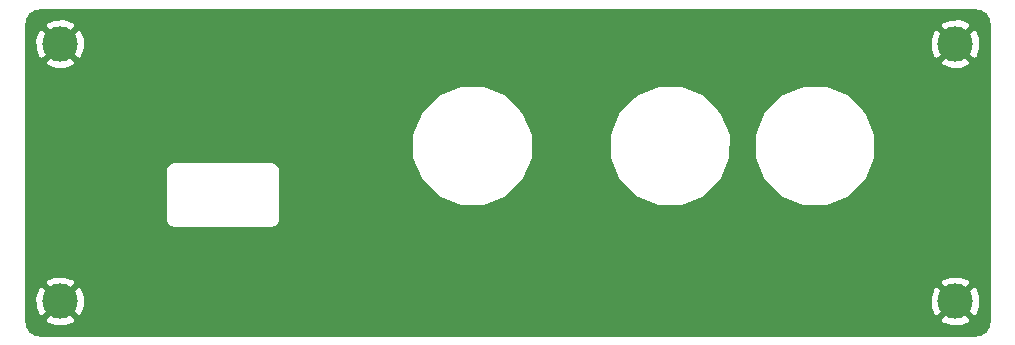
<source format=gbr>
G04 #@! TF.FileFunction,Copper,L1,Top,Signal*
%FSLAX46Y46*%
G04 Gerber Fmt 4.6, Leading zero omitted, Abs format (unit mm)*
G04 Created by KiCad (PCBNEW 4.0.6) date Sunday, 17 September 2017 'AMt' 11:46:35*
%MOMM*%
%LPD*%
G01*
G04 APERTURE LIST*
%ADD10C,0.100000*%
%ADD11C,3.000000*%
%ADD12C,0.254000*%
G04 APERTURE END LIST*
D10*
D11*
X179400000Y-73600000D03*
X179400000Y-95400000D03*
X103600000Y-95400000D03*
X103600000Y-73600000D03*
D12*
G36*
X181488338Y-70821046D02*
X181902333Y-71097669D01*
X182178953Y-71511660D01*
X182290000Y-72069931D01*
X182290000Y-96930069D01*
X182178953Y-97488340D01*
X181902333Y-97902331D01*
X181488338Y-98178954D01*
X180930069Y-98290000D01*
X102069931Y-98290000D01*
X101511660Y-98178953D01*
X101097669Y-97902333D01*
X100821046Y-97488338D01*
X100710000Y-96930069D01*
X100710000Y-96913970D01*
X102265635Y-96913970D01*
X102425418Y-97232739D01*
X103216187Y-97542723D01*
X104065387Y-97526497D01*
X104774582Y-97232739D01*
X104934365Y-96913970D01*
X178065635Y-96913970D01*
X178225418Y-97232739D01*
X179016187Y-97542723D01*
X179865387Y-97526497D01*
X180574582Y-97232739D01*
X180734365Y-96913970D01*
X179400000Y-95579605D01*
X178065635Y-96913970D01*
X104934365Y-96913970D01*
X103600000Y-95579605D01*
X102265635Y-96913970D01*
X100710000Y-96913970D01*
X100710000Y-95016187D01*
X101457277Y-95016187D01*
X101473503Y-95865387D01*
X101767261Y-96574582D01*
X102086030Y-96734365D01*
X103420395Y-95400000D01*
X103779605Y-95400000D01*
X105113970Y-96734365D01*
X105432739Y-96574582D01*
X105742723Y-95783813D01*
X105728056Y-95016187D01*
X177257277Y-95016187D01*
X177273503Y-95865387D01*
X177567261Y-96574582D01*
X177886030Y-96734365D01*
X179220395Y-95400000D01*
X179579605Y-95400000D01*
X180913970Y-96734365D01*
X181232739Y-96574582D01*
X181542723Y-95783813D01*
X181526497Y-94934613D01*
X181232739Y-94225418D01*
X180913970Y-94065635D01*
X179579605Y-95400000D01*
X179220395Y-95400000D01*
X177886030Y-94065635D01*
X177567261Y-94225418D01*
X177257277Y-95016187D01*
X105728056Y-95016187D01*
X105726497Y-94934613D01*
X105432739Y-94225418D01*
X105113970Y-94065635D01*
X103779605Y-95400000D01*
X103420395Y-95400000D01*
X102086030Y-94065635D01*
X101767261Y-94225418D01*
X101457277Y-95016187D01*
X100710000Y-95016187D01*
X100710000Y-93886030D01*
X102265635Y-93886030D01*
X103600000Y-95220395D01*
X104934365Y-93886030D01*
X178065635Y-93886030D01*
X179400000Y-95220395D01*
X180734365Y-93886030D01*
X180574582Y-93567261D01*
X179783813Y-93257277D01*
X178934613Y-93273503D01*
X178225418Y-93567261D01*
X178065635Y-93886030D01*
X104934365Y-93886030D01*
X104774582Y-93567261D01*
X103983813Y-93257277D01*
X103134613Y-93273503D01*
X102425418Y-93567261D01*
X102265635Y-93886030D01*
X100710000Y-93886030D01*
X100710000Y-84250000D01*
X112540000Y-84250000D01*
X112540000Y-88500000D01*
X112594046Y-88771705D01*
X112747954Y-89002046D01*
X112978295Y-89155954D01*
X113250000Y-89210000D01*
X121500000Y-89210000D01*
X121771705Y-89155954D01*
X122002046Y-89002046D01*
X122155954Y-88771705D01*
X122210000Y-88500000D01*
X122210000Y-84250000D01*
X122155954Y-83978295D01*
X122002046Y-83747954D01*
X121771705Y-83594046D01*
X121500000Y-83540000D01*
X113250000Y-83540000D01*
X112978295Y-83594046D01*
X112747954Y-83747954D01*
X112594046Y-83978295D01*
X112540000Y-84250000D01*
X100710000Y-84250000D01*
X100710000Y-83266934D01*
X133364110Y-83266934D01*
X134144220Y-85154944D01*
X135587458Y-86600703D01*
X137474104Y-87384107D01*
X139516934Y-87385890D01*
X141404944Y-86605780D01*
X142850703Y-85162542D01*
X143634107Y-83275896D01*
X143634114Y-83266934D01*
X150114110Y-83266934D01*
X150894220Y-85154944D01*
X152337458Y-86600703D01*
X154224104Y-87384107D01*
X156266934Y-87385890D01*
X158154944Y-86605780D01*
X159600703Y-85162542D01*
X160384107Y-83275896D01*
X160384114Y-83266934D01*
X162364110Y-83266934D01*
X163144220Y-85154944D01*
X164587458Y-86600703D01*
X166474104Y-87384107D01*
X168516934Y-87385890D01*
X170404944Y-86605780D01*
X171850703Y-85162542D01*
X172634107Y-83275896D01*
X172635890Y-81233066D01*
X171855780Y-79345056D01*
X170412542Y-77899297D01*
X168525896Y-77115893D01*
X166483066Y-77114110D01*
X164595056Y-77894220D01*
X163149297Y-79337458D01*
X162365893Y-81224104D01*
X162364110Y-83266934D01*
X160384114Y-83266934D01*
X160385890Y-81233066D01*
X159605780Y-79345056D01*
X158162542Y-77899297D01*
X156275896Y-77115893D01*
X154233066Y-77114110D01*
X152345056Y-77894220D01*
X150899297Y-79337458D01*
X150115893Y-81224104D01*
X150114110Y-83266934D01*
X143634114Y-83266934D01*
X143635890Y-81233066D01*
X142855780Y-79345056D01*
X141412542Y-77899297D01*
X139525896Y-77115893D01*
X137483066Y-77114110D01*
X135595056Y-77894220D01*
X134149297Y-79337458D01*
X133365893Y-81224104D01*
X133364110Y-83266934D01*
X100710000Y-83266934D01*
X100710000Y-75113970D01*
X102265635Y-75113970D01*
X102425418Y-75432739D01*
X103216187Y-75742723D01*
X104065387Y-75726497D01*
X104774582Y-75432739D01*
X104934365Y-75113970D01*
X178065635Y-75113970D01*
X178225418Y-75432739D01*
X179016187Y-75742723D01*
X179865387Y-75726497D01*
X180574582Y-75432739D01*
X180734365Y-75113970D01*
X179400000Y-73779605D01*
X178065635Y-75113970D01*
X104934365Y-75113970D01*
X103600000Y-73779605D01*
X102265635Y-75113970D01*
X100710000Y-75113970D01*
X100710000Y-73216187D01*
X101457277Y-73216187D01*
X101473503Y-74065387D01*
X101767261Y-74774582D01*
X102086030Y-74934365D01*
X103420395Y-73600000D01*
X103779605Y-73600000D01*
X105113970Y-74934365D01*
X105432739Y-74774582D01*
X105742723Y-73983813D01*
X105728056Y-73216187D01*
X177257277Y-73216187D01*
X177273503Y-74065387D01*
X177567261Y-74774582D01*
X177886030Y-74934365D01*
X179220395Y-73600000D01*
X179579605Y-73600000D01*
X180913970Y-74934365D01*
X181232739Y-74774582D01*
X181542723Y-73983813D01*
X181526497Y-73134613D01*
X181232739Y-72425418D01*
X180913970Y-72265635D01*
X179579605Y-73600000D01*
X179220395Y-73600000D01*
X177886030Y-72265635D01*
X177567261Y-72425418D01*
X177257277Y-73216187D01*
X105728056Y-73216187D01*
X105726497Y-73134613D01*
X105432739Y-72425418D01*
X105113970Y-72265635D01*
X103779605Y-73600000D01*
X103420395Y-73600000D01*
X102086030Y-72265635D01*
X101767261Y-72425418D01*
X101457277Y-73216187D01*
X100710000Y-73216187D01*
X100710000Y-72086030D01*
X102265635Y-72086030D01*
X103600000Y-73420395D01*
X104934365Y-72086030D01*
X178065635Y-72086030D01*
X179400000Y-73420395D01*
X180734365Y-72086030D01*
X180574582Y-71767261D01*
X179783813Y-71457277D01*
X178934613Y-71473503D01*
X178225418Y-71767261D01*
X178065635Y-72086030D01*
X104934365Y-72086030D01*
X104774582Y-71767261D01*
X103983813Y-71457277D01*
X103134613Y-71473503D01*
X102425418Y-71767261D01*
X102265635Y-72086030D01*
X100710000Y-72086030D01*
X100710000Y-72069931D01*
X100821046Y-71511662D01*
X101097669Y-71097667D01*
X101511660Y-70821047D01*
X102069931Y-70710000D01*
X180930069Y-70710000D01*
X181488338Y-70821046D01*
X181488338Y-70821046D01*
G37*
X181488338Y-70821046D02*
X181902333Y-71097669D01*
X182178953Y-71511660D01*
X182290000Y-72069931D01*
X182290000Y-96930069D01*
X182178953Y-97488340D01*
X181902333Y-97902331D01*
X181488338Y-98178954D01*
X180930069Y-98290000D01*
X102069931Y-98290000D01*
X101511660Y-98178953D01*
X101097669Y-97902333D01*
X100821046Y-97488338D01*
X100710000Y-96930069D01*
X100710000Y-96913970D01*
X102265635Y-96913970D01*
X102425418Y-97232739D01*
X103216187Y-97542723D01*
X104065387Y-97526497D01*
X104774582Y-97232739D01*
X104934365Y-96913970D01*
X178065635Y-96913970D01*
X178225418Y-97232739D01*
X179016187Y-97542723D01*
X179865387Y-97526497D01*
X180574582Y-97232739D01*
X180734365Y-96913970D01*
X179400000Y-95579605D01*
X178065635Y-96913970D01*
X104934365Y-96913970D01*
X103600000Y-95579605D01*
X102265635Y-96913970D01*
X100710000Y-96913970D01*
X100710000Y-95016187D01*
X101457277Y-95016187D01*
X101473503Y-95865387D01*
X101767261Y-96574582D01*
X102086030Y-96734365D01*
X103420395Y-95400000D01*
X103779605Y-95400000D01*
X105113970Y-96734365D01*
X105432739Y-96574582D01*
X105742723Y-95783813D01*
X105728056Y-95016187D01*
X177257277Y-95016187D01*
X177273503Y-95865387D01*
X177567261Y-96574582D01*
X177886030Y-96734365D01*
X179220395Y-95400000D01*
X179579605Y-95400000D01*
X180913970Y-96734365D01*
X181232739Y-96574582D01*
X181542723Y-95783813D01*
X181526497Y-94934613D01*
X181232739Y-94225418D01*
X180913970Y-94065635D01*
X179579605Y-95400000D01*
X179220395Y-95400000D01*
X177886030Y-94065635D01*
X177567261Y-94225418D01*
X177257277Y-95016187D01*
X105728056Y-95016187D01*
X105726497Y-94934613D01*
X105432739Y-94225418D01*
X105113970Y-94065635D01*
X103779605Y-95400000D01*
X103420395Y-95400000D01*
X102086030Y-94065635D01*
X101767261Y-94225418D01*
X101457277Y-95016187D01*
X100710000Y-95016187D01*
X100710000Y-93886030D01*
X102265635Y-93886030D01*
X103600000Y-95220395D01*
X104934365Y-93886030D01*
X178065635Y-93886030D01*
X179400000Y-95220395D01*
X180734365Y-93886030D01*
X180574582Y-93567261D01*
X179783813Y-93257277D01*
X178934613Y-93273503D01*
X178225418Y-93567261D01*
X178065635Y-93886030D01*
X104934365Y-93886030D01*
X104774582Y-93567261D01*
X103983813Y-93257277D01*
X103134613Y-93273503D01*
X102425418Y-93567261D01*
X102265635Y-93886030D01*
X100710000Y-93886030D01*
X100710000Y-84250000D01*
X112540000Y-84250000D01*
X112540000Y-88500000D01*
X112594046Y-88771705D01*
X112747954Y-89002046D01*
X112978295Y-89155954D01*
X113250000Y-89210000D01*
X121500000Y-89210000D01*
X121771705Y-89155954D01*
X122002046Y-89002046D01*
X122155954Y-88771705D01*
X122210000Y-88500000D01*
X122210000Y-84250000D01*
X122155954Y-83978295D01*
X122002046Y-83747954D01*
X121771705Y-83594046D01*
X121500000Y-83540000D01*
X113250000Y-83540000D01*
X112978295Y-83594046D01*
X112747954Y-83747954D01*
X112594046Y-83978295D01*
X112540000Y-84250000D01*
X100710000Y-84250000D01*
X100710000Y-83266934D01*
X133364110Y-83266934D01*
X134144220Y-85154944D01*
X135587458Y-86600703D01*
X137474104Y-87384107D01*
X139516934Y-87385890D01*
X141404944Y-86605780D01*
X142850703Y-85162542D01*
X143634107Y-83275896D01*
X143634114Y-83266934D01*
X150114110Y-83266934D01*
X150894220Y-85154944D01*
X152337458Y-86600703D01*
X154224104Y-87384107D01*
X156266934Y-87385890D01*
X158154944Y-86605780D01*
X159600703Y-85162542D01*
X160384107Y-83275896D01*
X160384114Y-83266934D01*
X162364110Y-83266934D01*
X163144220Y-85154944D01*
X164587458Y-86600703D01*
X166474104Y-87384107D01*
X168516934Y-87385890D01*
X170404944Y-86605780D01*
X171850703Y-85162542D01*
X172634107Y-83275896D01*
X172635890Y-81233066D01*
X171855780Y-79345056D01*
X170412542Y-77899297D01*
X168525896Y-77115893D01*
X166483066Y-77114110D01*
X164595056Y-77894220D01*
X163149297Y-79337458D01*
X162365893Y-81224104D01*
X162364110Y-83266934D01*
X160384114Y-83266934D01*
X160385890Y-81233066D01*
X159605780Y-79345056D01*
X158162542Y-77899297D01*
X156275896Y-77115893D01*
X154233066Y-77114110D01*
X152345056Y-77894220D01*
X150899297Y-79337458D01*
X150115893Y-81224104D01*
X150114110Y-83266934D01*
X143634114Y-83266934D01*
X143635890Y-81233066D01*
X142855780Y-79345056D01*
X141412542Y-77899297D01*
X139525896Y-77115893D01*
X137483066Y-77114110D01*
X135595056Y-77894220D01*
X134149297Y-79337458D01*
X133365893Y-81224104D01*
X133364110Y-83266934D01*
X100710000Y-83266934D01*
X100710000Y-75113970D01*
X102265635Y-75113970D01*
X102425418Y-75432739D01*
X103216187Y-75742723D01*
X104065387Y-75726497D01*
X104774582Y-75432739D01*
X104934365Y-75113970D01*
X178065635Y-75113970D01*
X178225418Y-75432739D01*
X179016187Y-75742723D01*
X179865387Y-75726497D01*
X180574582Y-75432739D01*
X180734365Y-75113970D01*
X179400000Y-73779605D01*
X178065635Y-75113970D01*
X104934365Y-75113970D01*
X103600000Y-73779605D01*
X102265635Y-75113970D01*
X100710000Y-75113970D01*
X100710000Y-73216187D01*
X101457277Y-73216187D01*
X101473503Y-74065387D01*
X101767261Y-74774582D01*
X102086030Y-74934365D01*
X103420395Y-73600000D01*
X103779605Y-73600000D01*
X105113970Y-74934365D01*
X105432739Y-74774582D01*
X105742723Y-73983813D01*
X105728056Y-73216187D01*
X177257277Y-73216187D01*
X177273503Y-74065387D01*
X177567261Y-74774582D01*
X177886030Y-74934365D01*
X179220395Y-73600000D01*
X179579605Y-73600000D01*
X180913970Y-74934365D01*
X181232739Y-74774582D01*
X181542723Y-73983813D01*
X181526497Y-73134613D01*
X181232739Y-72425418D01*
X180913970Y-72265635D01*
X179579605Y-73600000D01*
X179220395Y-73600000D01*
X177886030Y-72265635D01*
X177567261Y-72425418D01*
X177257277Y-73216187D01*
X105728056Y-73216187D01*
X105726497Y-73134613D01*
X105432739Y-72425418D01*
X105113970Y-72265635D01*
X103779605Y-73600000D01*
X103420395Y-73600000D01*
X102086030Y-72265635D01*
X101767261Y-72425418D01*
X101457277Y-73216187D01*
X100710000Y-73216187D01*
X100710000Y-72086030D01*
X102265635Y-72086030D01*
X103600000Y-73420395D01*
X104934365Y-72086030D01*
X178065635Y-72086030D01*
X179400000Y-73420395D01*
X180734365Y-72086030D01*
X180574582Y-71767261D01*
X179783813Y-71457277D01*
X178934613Y-71473503D01*
X178225418Y-71767261D01*
X178065635Y-72086030D01*
X104934365Y-72086030D01*
X104774582Y-71767261D01*
X103983813Y-71457277D01*
X103134613Y-71473503D01*
X102425418Y-71767261D01*
X102265635Y-72086030D01*
X100710000Y-72086030D01*
X100710000Y-72069931D01*
X100821046Y-71511662D01*
X101097669Y-71097667D01*
X101511660Y-70821047D01*
X102069931Y-70710000D01*
X180930069Y-70710000D01*
X181488338Y-70821046D01*
M02*

</source>
